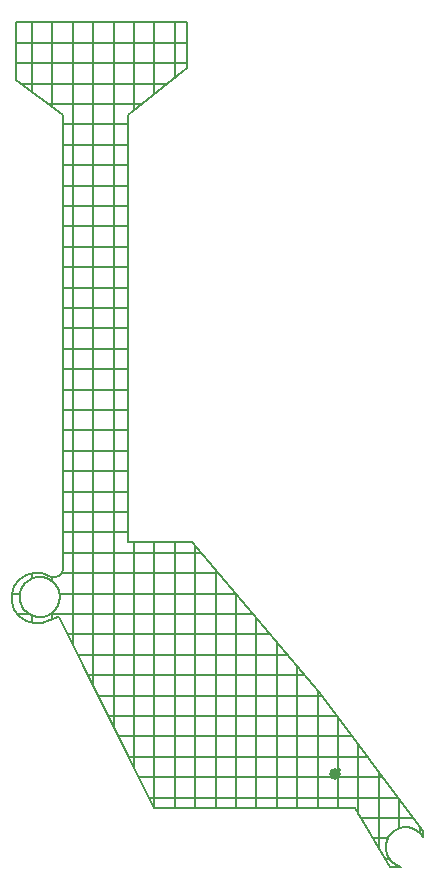
<source format=gbr>
G04 DipTrace 4.0.0.2*
G04 1 - Top.gbr*
%MOIN*%
G04 #@! TF.FileFunction,Copper,L1,Top*
G04 #@! TF.Part,Single*
G04 #@! TA.AperFunction,Conductor*
%ADD15C,0.012992*%
G04 #@! TA.AperFunction,CopperBalancing*
%ADD16C,0.008*%
G04 #@! TA.AperFunction,ViaPad*
%ADD19C,0.04*%
%FSLAX26Y26*%
G04*
G70*
G90*
G75*
G01*
G04 Top*
%LPD*%
X1504282Y732578D2*
D15*
X1516215Y744511D1*
D19*
X1504282Y732578D3*
X440863Y3169716D2*
D16*
X1009185D1*
X440863Y3101716D2*
X1009185D1*
X457893Y3033716D2*
X944716D1*
X548565Y2965716D2*
X859716D1*
X598332Y2897716D2*
X812325D1*
X598332Y2829716D2*
X812325D1*
X598332Y2761716D2*
X812325D1*
X598332Y2693716D2*
X812325D1*
X598332Y2625716D2*
X812325D1*
X598332Y2557716D2*
X812325D1*
X598332Y2489716D2*
X812325D1*
X598332Y2421716D2*
X812325D1*
X598332Y2353716D2*
X812325D1*
X598332Y2285716D2*
X812325D1*
X598332Y2217716D2*
X812325D1*
X598332Y2149716D2*
X812325D1*
X598332Y2081716D2*
X812325D1*
X598332Y2013716D2*
X812325D1*
X598332Y1945716D2*
X812325D1*
X598332Y1877716D2*
X812325D1*
X598332Y1809716D2*
X812325D1*
X598332Y1741716D2*
X812325D1*
X598332Y1673716D2*
X812325D1*
X598332Y1605716D2*
X812325D1*
X598332Y1537716D2*
X812325D1*
X598332Y1469716D2*
X1055481D1*
X496284Y1401716D2*
X518402D1*
X593612D2*
X1113028D1*
X426409Y1333716D2*
X452418D1*
X585800D2*
X1170560D1*
X445112Y1265716D2*
X483513D1*
X554706D2*
X1228106D1*
X613253Y1197716D2*
X1285637D1*
X647253Y1129716D2*
X1343185D1*
X681253Y1061716D2*
X1400716D1*
X715253Y993716D2*
X1457185D1*
X749253Y925716D2*
X1508185D1*
X783253Y857716D2*
X1559185D1*
X817253Y789716D2*
X1610185D1*
X851253Y721716D2*
X1661185D1*
X885253Y653716D2*
X1712185D1*
X1590472Y585716D2*
X1763185D1*
X1631269Y517716D2*
X1678809D1*
X1672081Y449716D2*
X1684246D1*
X493211Y3236907D2*
Y3007430D1*
Y1400283D2*
Y1385117D1*
Y1260361D2*
Y1237508D1*
X561211Y3236907D2*
Y2956430D1*
Y1387877D2*
Y1375398D1*
Y1270065D2*
Y1251039D1*
X629211Y3236907D2*
Y1165008D1*
X697211Y3236907D2*
Y1029008D1*
X765211Y3236907D2*
Y893008D1*
X833211Y3236907D2*
Y2944665D1*
Y1504627D2*
Y757008D1*
X901211Y3236907D2*
Y2999070D1*
Y1504627D2*
Y621352D1*
X969211Y3236907D2*
Y3053477D1*
Y1504627D2*
Y621352D1*
X1037211Y1491455D2*
Y621352D1*
X1105211Y1411095D2*
Y621352D1*
X1173211Y1330735D2*
Y621352D1*
X1241211Y1250361D2*
Y621352D1*
X1309211Y1170002D2*
Y621352D1*
X1377211Y1089642D2*
Y621352D1*
X1445211Y1009283D2*
Y621352D1*
X1513211Y919267D2*
Y621352D1*
X1581211Y828611D2*
Y600617D1*
X1649211Y737939D2*
Y487289D1*
X1717211Y647267D2*
Y552024D1*
X1785211Y556611D2*
Y537882D1*
X1722662Y423696D2*
X1716971Y425431D1*
X1713249Y426897D1*
X1709623Y428583D1*
X1706103Y430482D1*
X1702704Y432590D1*
X1699438Y434897D1*
X1696315Y437396D1*
X1693346Y440075D1*
X1690544Y442930D1*
X1687917Y445945D1*
X1685476Y449113D1*
X1683229Y452422D1*
X1681183Y455859D1*
X1679347Y459411D1*
X1677728Y463069D1*
X1676329Y466815D1*
X1675158Y470640D1*
X1674217Y474527D1*
X1673511Y478462D1*
X1673042Y482435D1*
X1672811Y486427D1*
X1672818Y490427D1*
X1673067Y494419D1*
X1673553Y498389D1*
X1674275Y502322D1*
X1675233Y506205D1*
X1676421Y510024D1*
X1677834Y513766D1*
X1679469Y517415D1*
X1681321Y520960D1*
X1683380Y524389D1*
X1685641Y527687D1*
X1688097Y530844D1*
X1690736Y533850D1*
X1693549Y536692D1*
X1696528Y539360D1*
X1699662Y541844D1*
X1702939Y544138D1*
X1706347Y546231D1*
X1709875Y548116D1*
X1713509Y549787D1*
X1717236Y551237D1*
X1721043Y552462D1*
X1724917Y553456D1*
X1728842Y554217D1*
X1732808Y554742D1*
X1736796Y555028D1*
X1740796Y555075D1*
X1744791Y554884D1*
X1748767Y554453D1*
X1752710Y553785D1*
X1756606Y552882D1*
X1760441Y551747D1*
X1764202Y550386D1*
X1767874Y548801D1*
X1771444Y547001D1*
X1774901Y544987D1*
X1778231Y542773D1*
X1781422Y540363D1*
X1784464Y537766D1*
X1787345Y534991D1*
X1790053Y532049D1*
X1792582Y528951D1*
X1794921Y525707D1*
X1797385Y521739D1*
X1797380Y541175D1*
X1449580Y1004914D1*
X1026061Y1505436D1*
X816502Y1505481D1*
X815312Y1505868D1*
X814300Y1506604D1*
X813564Y1507616D1*
X813177Y1508806D1*
X813128Y1521434D1*
X813199Y2926633D1*
X813624Y2927810D1*
X814392Y2928800D1*
X1009983Y3085287D1*
X1009965Y3237716D1*
X440043D1*
X440057Y3046506D1*
X596366Y2929213D1*
X597102Y2928201D1*
X597488Y2927011D1*
X597538Y2914393D1*
X597484Y1416665D1*
X594170Y1403531D1*
X593492Y1402480D1*
X584615Y1392667D1*
X583523Y1392057D1*
X571086Y1387541D1*
X569836Y1387512D1*
X556762Y1389335D1*
X526535Y1401326D1*
X499284Y1402776D1*
X472997Y1395455D1*
X450421Y1380127D1*
X433917Y1358397D1*
X425210Y1332536D1*
X425211Y1305247D1*
X433921Y1279388D1*
X450427Y1257658D1*
X473005Y1242334D1*
X499292Y1235015D1*
X526542Y1236468D1*
X579217Y1257339D1*
X580465Y1257427D1*
X581681Y1257127D1*
X582742Y1256464D1*
X583548Y1255506D1*
X901046Y620537D1*
X1566862Y620535D1*
X1568076Y620231D1*
X1569136Y619567D1*
X1569941Y618608D1*
X1686879Y423712D1*
X1722543Y423700D1*
X585794Y1318738D2*
X585434Y1314755D1*
X584838Y1310800D1*
X584006Y1306888D1*
X582941Y1303033D1*
X581648Y1299249D1*
X580129Y1295548D1*
X578393Y1291945D1*
X576444Y1288453D1*
X574291Y1285083D1*
X571938Y1281848D1*
X569397Y1278760D1*
X566675Y1275830D1*
X563783Y1273067D1*
X560731Y1270483D1*
X557528Y1268087D1*
X554190Y1265886D1*
X550724Y1263889D1*
X547147Y1262102D1*
X543468Y1260533D1*
X539702Y1259187D1*
X535862Y1258069D1*
X531962Y1257183D1*
X528015Y1256531D1*
X524038Y1256117D1*
X520042Y1255941D1*
X516043Y1256006D1*
X512055Y1256309D1*
X508093Y1256851D1*
X504170Y1257628D1*
X500300Y1258638D1*
X496498Y1259880D1*
X492776Y1261346D1*
X489150Y1263032D1*
X485631Y1264931D1*
X482232Y1267039D1*
X478965Y1269346D1*
X475842Y1271844D1*
X472874Y1274524D1*
X470072Y1277378D1*
X467444Y1280394D1*
X465004Y1283562D1*
X462757Y1286871D1*
X460711Y1290308D1*
X458875Y1293860D1*
X457255Y1297518D1*
X455857Y1301264D1*
X454686Y1305088D1*
X453745Y1308976D1*
X453039Y1312911D1*
X452569Y1316884D1*
X452338Y1320876D1*
X452346Y1324876D1*
X452594Y1328868D1*
X453081Y1332838D1*
X453803Y1336771D1*
X454761Y1340654D1*
X455948Y1344473D1*
X457362Y1348214D1*
X458997Y1351864D1*
X460849Y1355409D1*
X462908Y1358838D1*
X465169Y1362136D1*
X467624Y1365293D1*
X470263Y1368298D1*
X473077Y1371141D1*
X476056Y1373809D1*
X479190Y1376293D1*
X482467Y1378587D1*
X485875Y1380680D1*
X489402Y1382565D1*
X493036Y1384235D1*
X496763Y1385686D1*
X500570Y1386911D1*
X504444Y1387905D1*
X508370Y1388666D1*
X512336Y1389191D1*
X516324Y1389477D1*
X520324Y1389524D1*
X524318Y1389333D1*
X528295Y1388902D1*
X532237Y1388234D1*
X536133Y1387331D1*
X539968Y1386196D1*
X543729Y1384835D1*
X547401Y1383250D1*
X550972Y1381449D1*
X554429Y1379436D1*
X557758Y1377222D1*
X560950Y1374812D1*
X563992Y1372214D1*
X566872Y1369440D1*
X569581Y1366498D1*
X572110Y1363399D1*
X574448Y1360155D1*
X576589Y1356776D1*
X578523Y1353276D1*
X580244Y1349666D1*
X581746Y1345959D1*
X583023Y1342169D1*
X584072Y1338309D1*
X584888Y1334394D1*
X585467Y1330438D1*
X585809Y1326452D1*
X585913Y1322735D1*
X585794Y1318738D1*
M02*

</source>
